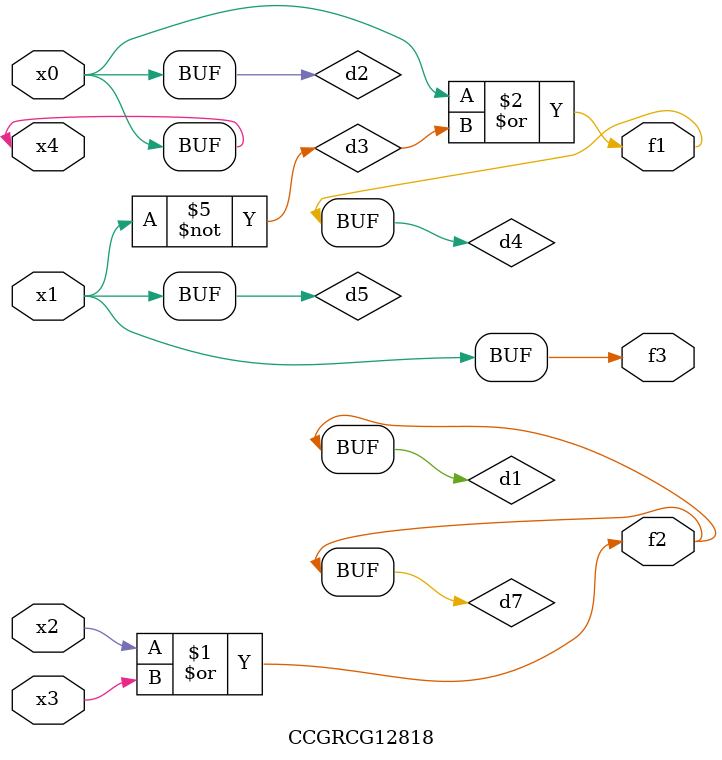
<source format=v>
module CCGRCG12818(
	input x0, x1, x2, x3, x4,
	output f1, f2, f3
);

	wire d1, d2, d3, d4, d5, d6, d7;

	or (d1, x2, x3);
	buf (d2, x0, x4);
	not (d3, x1);
	or (d4, d2, d3);
	not (d5, d3);
	nand (d6, d1, d3);
	or (d7, d1);
	assign f1 = d4;
	assign f2 = d7;
	assign f3 = d5;
endmodule

</source>
